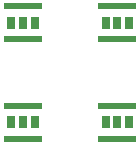
<source format=gbr>
%TF.GenerationSoftware,KiCad,Pcbnew,7.0.6*%
%TF.CreationDate,2023-12-12T11:09:34+00:00*%
%TF.ProjectId,led_holder,6c65645f-686f-46c6-9465-722e6b696361,rev?*%
%TF.SameCoordinates,Original*%
%TF.FileFunction,Paste,Top*%
%TF.FilePolarity,Positive*%
%FSLAX46Y46*%
G04 Gerber Fmt 4.6, Leading zero omitted, Abs format (unit mm)*
G04 Created by KiCad (PCBNEW 7.0.6) date 2023-12-12 11:09:34*
%MOMM*%
%LPD*%
G01*
G04 APERTURE LIST*
%ADD10R,0.750000X1.010000*%
%ADD11R,3.300000X0.500000*%
G04 APERTURE END LIST*
D10*
%TO.C,D4*%
X165000000Y-72400000D03*
X167000000Y-72400000D03*
X166000000Y-72400000D03*
D11*
X166000000Y-73800000D03*
X166000000Y-71000000D03*
%TD*%
D10*
%TO.C,D3*%
X157000000Y-72400000D03*
X159000000Y-72400000D03*
X158000000Y-72400000D03*
D11*
X158000000Y-73800000D03*
X158000000Y-71000000D03*
%TD*%
D10*
%TO.C,D2*%
X165000000Y-64000000D03*
X167000000Y-64000000D03*
X166000000Y-64000000D03*
D11*
X166000000Y-65400000D03*
X166000000Y-62600000D03*
%TD*%
%TO.C,D1*%
X158000000Y-62600000D03*
X158000000Y-65400000D03*
D10*
X158000000Y-64000000D03*
X159000000Y-64000000D03*
X157000000Y-64000000D03*
%TD*%
M02*

</source>
